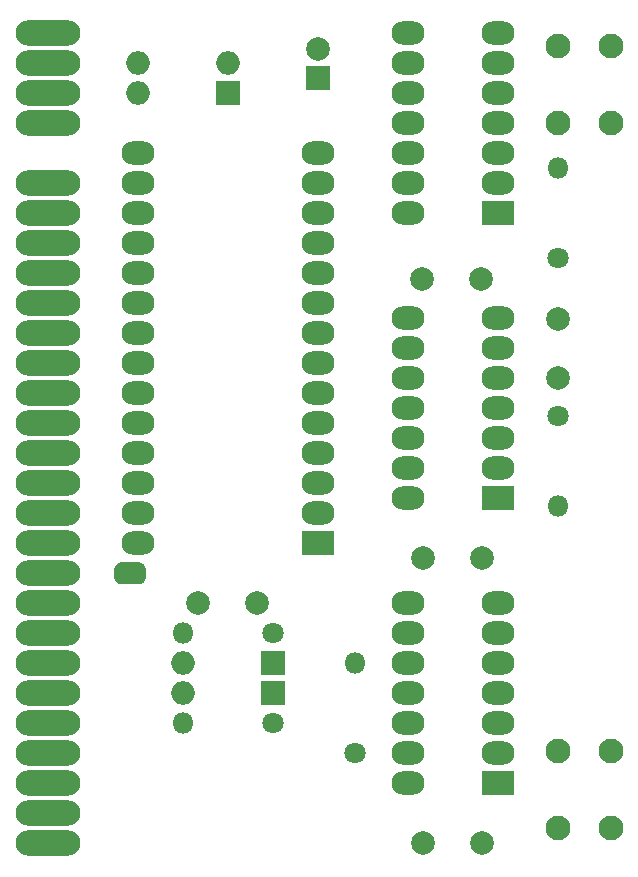
<source format=gts>
G04 #@! TF.GenerationSoftware,KiCad,Pcbnew,5.0.0-rc3-6a2723a~65~ubuntu18.04.1*
G04 #@! TF.CreationDate,2018-07-22T22:16:49+02:00*
G04 #@! TF.ProjectId,007_mini,3030375F6D696E692E6B696361645F70,rev?*
G04 #@! TF.SameCoordinates,Original*
G04 #@! TF.FileFunction,Soldermask,Top*
G04 #@! TF.FilePolarity,Negative*
%FSLAX46Y46*%
G04 Gerber Fmt 4.6, Leading zero omitted, Abs format (unit mm)*
G04 Created by KiCad (PCBNEW 5.0.0-rc3-6a2723a~65~ubuntu18.04.1) date Sun Jul 22 22:16:49 2018*
%MOMM*%
%LPD*%
G01*
G04 APERTURE LIST*
%ADD10C,2.100000*%
%ADD11C,2.000000*%
%ADD12R,2.000000X2.000000*%
%ADD13O,2.000000X2.000000*%
%ADD14C,1.800000*%
%ADD15O,1.800000X1.800000*%
%ADD16O,2.800000X2.000000*%
%ADD17R,2.800000X2.000000*%
%ADD18O,5.480000X2.178000*%
%ADD19C,0.100000*%
%ADD20C,1.400000*%
%ADD21R,0.900000X1.900000*%
G04 APERTURE END LIST*
D10*
G04 #@! TO.C,SW1*
X135310000Y-53190000D03*
X135310000Y-59690000D03*
X130810000Y-53190000D03*
X130810000Y-59690000D03*
G04 #@! TD*
D11*
G04 #@! TO.C,C1*
X130810000Y-81280000D03*
X130810000Y-76280000D03*
G04 #@! TD*
D12*
G04 #@! TO.C,D1*
X106680000Y-105410000D03*
D13*
X99060000Y-105410000D03*
G04 #@! TD*
G04 #@! TO.C,D2*
X99060000Y-107950000D03*
D12*
X106680000Y-107950000D03*
G04 #@! TD*
D14*
G04 #@! TO.C,R1*
X106680000Y-102870000D03*
D15*
X99060000Y-102870000D03*
G04 #@! TD*
D14*
G04 #@! TO.C,R2*
X130810000Y-84455000D03*
D15*
X130810000Y-92075000D03*
G04 #@! TD*
G04 #@! TO.C,R3*
X113665000Y-105410000D03*
D14*
X113665000Y-113030000D03*
G04 #@! TD*
D10*
G04 #@! TO.C,SW2*
X130810000Y-119380000D03*
X130810000Y-112880000D03*
X135310000Y-119380000D03*
X135310000Y-112880000D03*
G04 #@! TD*
D16*
G04 #@! TO.C,U3*
X118110000Y-115570000D03*
X125730000Y-100330000D03*
X118110000Y-113030000D03*
X125730000Y-102870000D03*
X118110000Y-110490000D03*
X125730000Y-105410000D03*
X118110000Y-107950000D03*
X125730000Y-107950000D03*
X118110000Y-105410000D03*
X125730000Y-110490000D03*
X118110000Y-102870000D03*
X125730000Y-113030000D03*
X118110000Y-100330000D03*
D17*
X125730000Y-115570000D03*
G04 #@! TD*
D18*
G04 #@! TO.C,J1*
X87630000Y-120650000D03*
X87630000Y-118110000D03*
X87630000Y-115570000D03*
X87630000Y-113030000D03*
X87630000Y-110490000D03*
X87630000Y-107950000D03*
X87630000Y-105410000D03*
X87630000Y-102870000D03*
X87630000Y-100330000D03*
X87630000Y-97790000D03*
X87630000Y-95250000D03*
X87630000Y-92710000D03*
X87630000Y-90170000D03*
X87630000Y-87630000D03*
X87630000Y-85090000D03*
X87630000Y-82550000D03*
X87630000Y-80010000D03*
X87630000Y-77470000D03*
X87630000Y-74930000D03*
X87630000Y-72390000D03*
X87630000Y-69850000D03*
X87630000Y-67310000D03*
X87630000Y-64770000D03*
X87630000Y-59690000D03*
X87630000Y-57150000D03*
X87630000Y-54610000D03*
X87630000Y-52070000D03*
G04 #@! TD*
D11*
G04 #@! TO.C,C3*
X124333000Y-72898000D03*
X119333000Y-72898000D03*
G04 #@! TD*
G04 #@! TO.C,C4*
X124380000Y-96520000D03*
X119380000Y-96520000D03*
G04 #@! TD*
G04 #@! TO.C,C6*
X100330000Y-100330000D03*
X105330000Y-100330000D03*
G04 #@! TD*
D14*
G04 #@! TO.C,R4*
X130810000Y-71120000D03*
D15*
X130810000Y-63500000D03*
G04 #@! TD*
G04 #@! TO.C,R5*
X99060000Y-110490000D03*
D14*
X106680000Y-110490000D03*
G04 #@! TD*
D12*
G04 #@! TO.C,SW3*
X102870000Y-57150000D03*
D13*
X95250000Y-54610000D03*
X102870000Y-54610000D03*
X95250000Y-57150000D03*
G04 #@! TD*
D17*
G04 #@! TO.C,U5*
X125730000Y-67310000D03*
D16*
X118110000Y-52070000D03*
X125730000Y-64770000D03*
X118110000Y-54610000D03*
X125730000Y-62230000D03*
X118110000Y-57150000D03*
X125730000Y-59690000D03*
X118110000Y-59690000D03*
X125730000Y-57150000D03*
X118110000Y-62230000D03*
X125730000Y-54610000D03*
X118110000Y-64770000D03*
X125730000Y-52070000D03*
X118110000Y-67310000D03*
G04 #@! TD*
D11*
G04 #@! TO.C,C2*
X119380000Y-120650000D03*
X124380000Y-120650000D03*
G04 #@! TD*
D12*
G04 #@! TO.C,C5*
X110490000Y-55880000D03*
D11*
X110490000Y-53380000D03*
G04 #@! TD*
D17*
G04 #@! TO.C,U2*
X125730000Y-91440000D03*
D16*
X118110000Y-76200000D03*
X125730000Y-88900000D03*
X118110000Y-78740000D03*
X125730000Y-86360000D03*
X118110000Y-81280000D03*
X125730000Y-83820000D03*
X118110000Y-83820000D03*
X125730000Y-81280000D03*
X118110000Y-86360000D03*
X125730000Y-78740000D03*
X118110000Y-88900000D03*
X125730000Y-76200000D03*
X118110000Y-91440000D03*
G04 #@! TD*
D17*
G04 #@! TO.C,U1*
X110490000Y-95250000D03*
D16*
X95250000Y-62230000D03*
X110490000Y-92710000D03*
X95250000Y-64770000D03*
X110490000Y-90170000D03*
X95250000Y-67310000D03*
X110490000Y-87630000D03*
X95250000Y-69850000D03*
X110490000Y-85090000D03*
X95250000Y-72390000D03*
X110490000Y-82550000D03*
X95250000Y-74930000D03*
X110490000Y-80010000D03*
X95250000Y-77470000D03*
X110490000Y-77470000D03*
X95250000Y-80010000D03*
X110490000Y-74930000D03*
X95250000Y-82550000D03*
X110490000Y-72390000D03*
X95250000Y-85090000D03*
X110490000Y-69850000D03*
X95250000Y-87630000D03*
X110490000Y-67310000D03*
X95250000Y-90170000D03*
X110490000Y-64770000D03*
X95250000Y-92710000D03*
X110490000Y-62230000D03*
X95250000Y-95250000D03*
G04 #@! TD*
D19*
G04 #@! TO.C,JP1*
G36*
X94033613Y-96843371D02*
X94101564Y-96853450D01*
X94168200Y-96870142D01*
X94232879Y-96893284D01*
X94294979Y-96922655D01*
X94353900Y-96957971D01*
X94409076Y-96998893D01*
X94459976Y-97045025D01*
X94506108Y-97095925D01*
X94547030Y-97151101D01*
X94582346Y-97210022D01*
X94611717Y-97272122D01*
X94634859Y-97336801D01*
X94651551Y-97403437D01*
X94661630Y-97471388D01*
X94665001Y-97540000D01*
X94665001Y-98040000D01*
X94661630Y-98108612D01*
X94651551Y-98176563D01*
X94634859Y-98243199D01*
X94611717Y-98307878D01*
X94582346Y-98369978D01*
X94547030Y-98428899D01*
X94506108Y-98484075D01*
X94459976Y-98534975D01*
X94409076Y-98581107D01*
X94353900Y-98622029D01*
X94294979Y-98657345D01*
X94232879Y-98686716D01*
X94168200Y-98709858D01*
X94101564Y-98726550D01*
X94033613Y-98736629D01*
X93965001Y-98740000D01*
X93964999Y-98740000D01*
X93896387Y-98736629D01*
X93828436Y-98726550D01*
X93761800Y-98709858D01*
X93697121Y-98686716D01*
X93635021Y-98657345D01*
X93576100Y-98622029D01*
X93520924Y-98581107D01*
X93470024Y-98534975D01*
X93423892Y-98484075D01*
X93382970Y-98428899D01*
X93347654Y-98369978D01*
X93318283Y-98307878D01*
X93295141Y-98243199D01*
X93278449Y-98176563D01*
X93268370Y-98108612D01*
X93264999Y-98040000D01*
X93264999Y-97540000D01*
X93268370Y-97471388D01*
X93278449Y-97403437D01*
X93295141Y-97336801D01*
X93318283Y-97272122D01*
X93347654Y-97210022D01*
X93382970Y-97151101D01*
X93423892Y-97095925D01*
X93470024Y-97045025D01*
X93520924Y-96998893D01*
X93576100Y-96957971D01*
X93635021Y-96922655D01*
X93697121Y-96893284D01*
X93761800Y-96870142D01*
X93828436Y-96853450D01*
X93896387Y-96843371D01*
X93964999Y-96840000D01*
X93965001Y-96840000D01*
X94033613Y-96843371D01*
X94033613Y-96843371D01*
G37*
D20*
X93965000Y-97790000D03*
D19*
G36*
X95333613Y-96843371D02*
X95401564Y-96853450D01*
X95468200Y-96870142D01*
X95532879Y-96893284D01*
X95594979Y-96922655D01*
X95653900Y-96957971D01*
X95709076Y-96998893D01*
X95759976Y-97045025D01*
X95806108Y-97095925D01*
X95847030Y-97151101D01*
X95882346Y-97210022D01*
X95911717Y-97272122D01*
X95934859Y-97336801D01*
X95951551Y-97403437D01*
X95961630Y-97471388D01*
X95965001Y-97540000D01*
X95965001Y-98040000D01*
X95961630Y-98108612D01*
X95951551Y-98176563D01*
X95934859Y-98243199D01*
X95911717Y-98307878D01*
X95882346Y-98369978D01*
X95847030Y-98428899D01*
X95806108Y-98484075D01*
X95759976Y-98534975D01*
X95709076Y-98581107D01*
X95653900Y-98622029D01*
X95594979Y-98657345D01*
X95532879Y-98686716D01*
X95468200Y-98709858D01*
X95401564Y-98726550D01*
X95333613Y-98736629D01*
X95265001Y-98740000D01*
X95264999Y-98740000D01*
X95196387Y-98736629D01*
X95128436Y-98726550D01*
X95061800Y-98709858D01*
X94997121Y-98686716D01*
X94935021Y-98657345D01*
X94876100Y-98622029D01*
X94820924Y-98581107D01*
X94770024Y-98534975D01*
X94723892Y-98484075D01*
X94682970Y-98428899D01*
X94647654Y-98369978D01*
X94618283Y-98307878D01*
X94595141Y-98243199D01*
X94578449Y-98176563D01*
X94568370Y-98108612D01*
X94564999Y-98040000D01*
X94564999Y-97540000D01*
X94568370Y-97471388D01*
X94578449Y-97403437D01*
X94595141Y-97336801D01*
X94618283Y-97272122D01*
X94647654Y-97210022D01*
X94682970Y-97151101D01*
X94723892Y-97095925D01*
X94770024Y-97045025D01*
X94820924Y-96998893D01*
X94876100Y-96957971D01*
X94935021Y-96922655D01*
X94997121Y-96893284D01*
X95061800Y-96870142D01*
X95128436Y-96853450D01*
X95196387Y-96843371D01*
X95264999Y-96840000D01*
X95265001Y-96840000D01*
X95333613Y-96843371D01*
X95333613Y-96843371D01*
G37*
D20*
X95265000Y-97790000D03*
D21*
X95015000Y-97790000D03*
X94215000Y-97790000D03*
G04 #@! TD*
M02*

</source>
